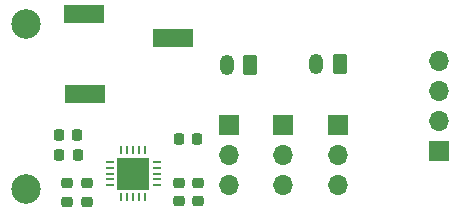
<source format=gbr>
%TF.GenerationSoftware,KiCad,Pcbnew,(6.0.0-0)*%
%TF.CreationDate,2022-08-17T15:33:53+02:00*%
%TF.ProjectId,tpa2012d2_amp_breakout,74706132-3031-4326-9432-5f616d705f62,rev?*%
%TF.SameCoordinates,Original*%
%TF.FileFunction,Soldermask,Top*%
%TF.FilePolarity,Negative*%
%FSLAX46Y46*%
G04 Gerber Fmt 4.6, Leading zero omitted, Abs format (unit mm)*
G04 Created by KiCad (PCBNEW (6.0.0-0)) date 2022-08-17 15:33:53*
%MOMM*%
%LPD*%
G01*
G04 APERTURE LIST*
G04 Aperture macros list*
%AMRoundRect*
0 Rectangle with rounded corners*
0 $1 Rounding radius*
0 $2 $3 $4 $5 $6 $7 $8 $9 X,Y pos of 4 corners*
0 Add a 4 corners polygon primitive as box body*
4,1,4,$2,$3,$4,$5,$6,$7,$8,$9,$2,$3,0*
0 Add four circle primitives for the rounded corners*
1,1,$1+$1,$2,$3*
1,1,$1+$1,$4,$5*
1,1,$1+$1,$6,$7*
1,1,$1+$1,$8,$9*
0 Add four rect primitives between the rounded corners*
20,1,$1+$1,$2,$3,$4,$5,0*
20,1,$1+$1,$4,$5,$6,$7,0*
20,1,$1+$1,$6,$7,$8,$9,0*
20,1,$1+$1,$8,$9,$2,$3,0*%
G04 Aperture macros list end*
%ADD10RoundRect,0.225000X0.225000X0.250000X-0.225000X0.250000X-0.225000X-0.250000X0.225000X-0.250000X0*%
%ADD11RoundRect,0.225000X0.250000X-0.225000X0.250000X0.225000X-0.250000X0.225000X-0.250000X-0.225000X0*%
%ADD12R,1.700000X1.700000*%
%ADD13O,1.700000X1.700000*%
%ADD14R,3.500000X1.500000*%
%ADD15R,0.800000X0.230000*%
%ADD16R,0.230000X0.800000*%
%ADD17C,0.675000*%
%ADD18R,1.350000X1.350000*%
%ADD19RoundRect,0.250000X0.350000X0.625000X-0.350000X0.625000X-0.350000X-0.625000X0.350000X-0.625000X0*%
%ADD20O,1.200000X1.750000*%
%ADD21RoundRect,0.225000X-0.250000X0.225000X-0.250000X-0.225000X0.250000X-0.225000X0.250000X0.225000X0*%
%ADD22C,2.500000*%
G04 APERTURE END LIST*
D10*
%TO.C,C301*%
X147375000Y-92400000D03*
X145825000Y-92400000D03*
%TD*%
D11*
%TO.C,C306*%
X148200000Y-98075000D03*
X148200000Y-96525000D03*
%TD*%
%TO.C,C302*%
X155950000Y-98025000D03*
X155950000Y-96475000D03*
%TD*%
D12*
%TO.C,J105*%
X169450000Y-91575000D03*
D13*
X169450000Y-94115000D03*
X169450000Y-96655000D03*
%TD*%
D14*
%TO.C,J104*%
X155450000Y-84200000D03*
X147950000Y-82200000D03*
X148000000Y-88950000D03*
%TD*%
D11*
%TO.C,C303*%
X157550000Y-98025000D03*
X157550000Y-96475000D03*
%TD*%
D12*
%TO.C,J107*%
X160200000Y-91600000D03*
D13*
X160200000Y-94140000D03*
X160200000Y-96680000D03*
%TD*%
D15*
%TO.C,U301*%
X154100000Y-96700000D03*
X154100000Y-96200000D03*
X154100000Y-95700000D03*
X154100000Y-95200000D03*
X154100000Y-94700000D03*
D16*
X153100000Y-93700000D03*
X152600000Y-93700000D03*
X152100000Y-93700000D03*
X151600000Y-93700000D03*
X151100000Y-93700000D03*
D15*
X150100000Y-94700000D03*
X150100000Y-95200000D03*
X150100000Y-95700000D03*
X150100000Y-96200000D03*
X150100000Y-96700000D03*
D16*
X151100000Y-97700000D03*
X151600000Y-97700000D03*
D17*
X152775000Y-95025000D03*
X152775000Y-96375000D03*
X151425000Y-96375000D03*
D18*
X151425000Y-96375000D03*
X152775000Y-96375000D03*
X152775000Y-95025000D03*
X151425000Y-95025000D03*
D17*
X151425000Y-95025000D03*
D16*
X152100000Y-97700000D03*
X152600000Y-97700000D03*
X153100000Y-97700000D03*
%TD*%
D19*
%TO.C,J102*%
X169600000Y-86450000D03*
D20*
X167600000Y-86450000D03*
%TD*%
D19*
%TO.C,J103*%
X162000000Y-86500000D03*
D20*
X160000000Y-86500000D03*
%TD*%
D21*
%TO.C,C304*%
X146500000Y-96525000D03*
X146500000Y-98075000D03*
%TD*%
D12*
%TO.C,J101*%
X177975000Y-93800000D03*
D13*
X177975000Y-91260000D03*
X177975000Y-88720000D03*
X177975000Y-86180000D03*
%TD*%
D22*
%TO.C,REF\u002A\u002A*%
X143000000Y-83000000D03*
%TD*%
%TO.C,REF\u002A\u002A*%
X143000000Y-97000000D03*
%TD*%
D10*
%TO.C,C305*%
X157525000Y-92800000D03*
X155975000Y-92800000D03*
%TD*%
%TO.C,C307*%
X147400000Y-94100000D03*
X145850000Y-94100000D03*
%TD*%
D12*
%TO.C,J106*%
X164800000Y-91575000D03*
D13*
X164800000Y-94115000D03*
X164800000Y-96655000D03*
%TD*%
M02*

</source>
